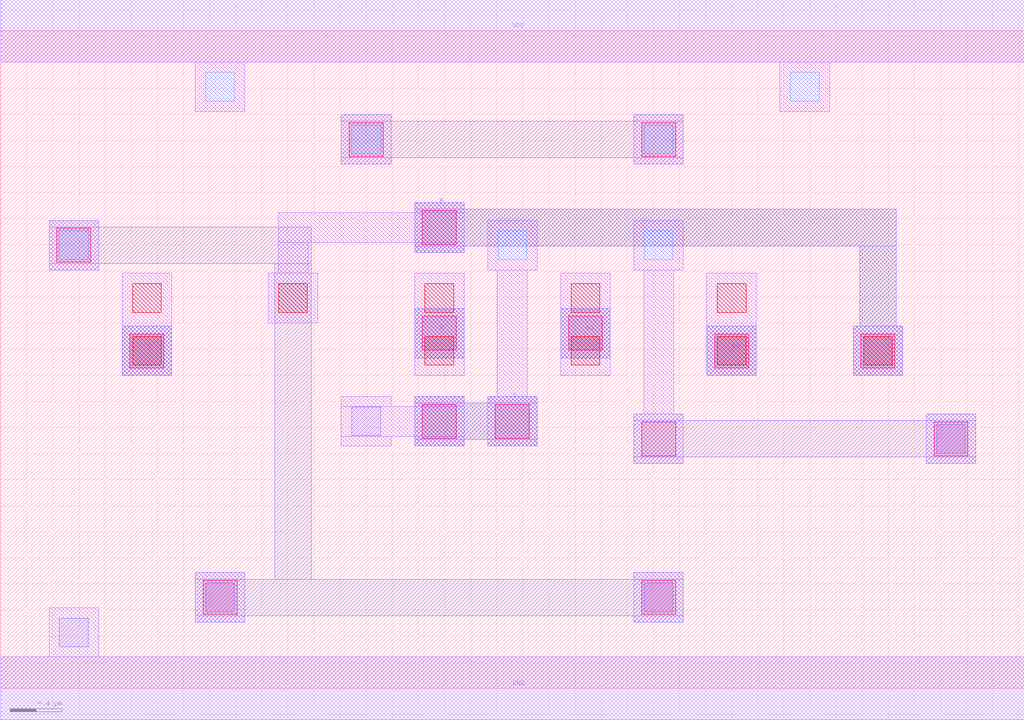
<source format=lef>
MACRO AAOAI221
 CLASS CORE ;
 FOREIGN AAOAI221 0 0 ;
 SIZE 7.84 BY 5.04 ;
 ORIGIN 0 0 ;
 SYMMETRY X Y R90 ;
 SITE unit ;
  PIN VDD
   DIRECTION INOUT ;
   USE POWER ;
   SHAPE ABUTMENT ;
    PORT
     CLASS CORE ;
       LAYER met1 ;
        RECT 0.00000000 4.80000000 7.84000000 5.28000000 ;
    END
  END VDD

  PIN GND
   DIRECTION INOUT ;
   USE POWER ;
   SHAPE ABUTMENT ;
    PORT
     CLASS CORE ;
       LAYER met1 ;
        RECT 0.00000000 -0.24000000 7.84000000 0.24000000 ;
    END
  END GND

  PIN Y
   DIRECTION INOUT ;
   USE SIGNAL ;
   SHAPE ABUTMENT ;
    PORT
     CLASS CORE ;
       LAYER met2 ;
        RECT 3.17000000 1.85700000 3.55000000 1.90700000 ;
        RECT 3.73000000 1.85700000 4.11000000 1.90700000 ;
        RECT 3.17000000 1.90700000 4.11000000 2.18700000 ;
        RECT 3.17000000 2.18700000 3.55000000 2.23700000 ;
        RECT 3.73000000 2.18700000 4.11000000 2.23700000 ;
    END
  END Y

  PIN C
   DIRECTION INOUT ;
   USE SIGNAL ;
   SHAPE ABUTMENT ;
    PORT
     CLASS CORE ;
       LAYER met2 ;
        RECT 0.93000000 2.39700000 1.31000000 2.77700000 ;
    END
  END C

  PIN A
   DIRECTION INOUT ;
   USE SIGNAL ;
   SHAPE ABUTMENT ;
    PORT
     CLASS CORE ;
       LAYER met2 ;
        RECT 3.17000000 2.53200000 3.55000000 2.91200000 ;
    END
  END A

  PIN A1
   DIRECTION INOUT ;
   USE SIGNAL ;
   SHAPE ABUTMENT ;
    PORT
     CLASS CORE ;
       LAYER met2 ;
        RECT 4.29000000 2.53200000 4.67000000 2.91200000 ;
    END
  END A1

  PIN B1
   DIRECTION INOUT ;
   USE SIGNAL ;
   SHAPE ABUTMENT ;
    PORT
     CLASS CORE ;
       LAYER met2 ;
        RECT 5.41000000 2.39700000 5.79000000 2.77700000 ;
    END
  END B1

  PIN B
   DIRECTION INOUT ;
   USE SIGNAL ;
   SHAPE ABUTMENT ;
    PORT
     CLASS CORE ;
       LAYER met2 ;
        RECT 6.53000000 2.39700000 6.91000000 2.77700000 ;
        RECT 3.17000000 3.34200000 3.55000000 3.39200000 ;
        RECT 6.58000000 2.77700000 6.86000000 3.39200000 ;
        RECT 3.17000000 3.39200000 6.86000000 3.67200000 ;
        RECT 3.17000000 3.67200000 3.55000000 3.72200000 ;
    END
  END B

 OBS
    LAYER polycont ;
     RECT 1.01000000 2.47700000 1.23000000 2.69700000 ;
     RECT 3.25000000 2.47700000 3.47000000 2.69700000 ;
     RECT 4.37000000 2.47700000 4.59000000 2.69700000 ;
     RECT 5.49000000 2.47700000 5.71000000 2.69700000 ;
     RECT 6.61000000 2.47700000 6.83000000 2.69700000 ;
     RECT 1.01000000 2.88200000 1.23000000 3.10200000 ;
     RECT 2.13000000 2.88200000 2.35000000 3.10200000 ;
     RECT 3.25000000 2.88200000 3.47000000 3.10200000 ;
     RECT 4.37000000 2.88200000 4.59000000 3.10200000 ;
     RECT 5.49000000 2.88200000 5.71000000 3.10200000 ;

    LAYER pdiffc ;
     RECT 0.45000000 3.28700000 0.67000000 3.50700000 ;
     RECT 3.81000000 3.28700000 4.03000000 3.50700000 ;
     RECT 4.93000000 3.28700000 5.15000000 3.50700000 ;
     RECT 2.69000000 4.09700000 2.91000000 4.31700000 ;
     RECT 4.93000000 4.09700000 5.15000000 4.31700000 ;
     RECT 1.57000000 4.50200000 1.79000000 4.72200000 ;
     RECT 6.05000000 4.50200000 6.27000000 4.72200000 ;

    LAYER ndiffc ;
     RECT 0.45000000 0.31700000 0.67000000 0.53700000 ;
     RECT 1.57000000 0.58700000 1.79000000 0.80700000 ;
     RECT 4.93000000 0.58700000 5.15000000 0.80700000 ;
     RECT 7.17000000 1.80200000 7.39000000 2.02200000 ;
     RECT 2.69000000 1.93700000 2.91000000 2.15700000 ;

    LAYER met1 ;
     RECT 0.00000000 -0.24000000 7.84000000 0.24000000 ;
     RECT 0.37000000 0.24000000 0.75000000 0.61700000 ;
     RECT 1.49000000 0.50700000 1.87000000 0.88700000 ;
     RECT 4.85000000 0.50700000 5.23000000 0.88700000 ;
     RECT 7.09000000 1.72200000 7.47000000 2.10200000 ;
     RECT 2.61000000 1.85700000 2.99000000 1.93200000 ;
     RECT 3.17000000 1.85700000 3.55000000 1.93200000 ;
     RECT 2.61000000 1.93200000 3.55000000 2.16200000 ;
     RECT 2.61000000 2.16200000 2.99000000 2.23700000 ;
     RECT 3.17000000 2.16200000 3.55000000 2.23700000 ;
     RECT 6.53000000 2.39700000 6.91000000 2.77700000 ;
     RECT 0.93000000 2.39700000 1.31000000 3.18200000 ;
     RECT 3.17000000 2.39700000 3.55000000 3.18200000 ;
     RECT 4.29000000 2.39700000 4.67000000 3.18200000 ;
     RECT 5.41000000 2.39700000 5.79000000 3.18200000 ;
     RECT 0.37000000 3.20700000 0.75000000 3.58700000 ;
     RECT 3.73000000 1.85700000 4.11000000 2.23700000 ;
     RECT 3.80500000 2.23700000 4.03500000 3.20700000 ;
     RECT 3.73000000 3.20700000 4.11000000 3.58700000 ;
     RECT 4.85000000 1.72200000 5.23000000 2.10200000 ;
     RECT 4.92500000 2.10200000 5.15500000 3.20700000 ;
     RECT 4.85000000 3.20700000 5.23000000 3.58700000 ;
     RECT 2.05000000 2.80200000 2.43000000 3.18200000 ;
     RECT 2.12500000 3.18200000 2.35500000 3.41700000 ;
     RECT 3.17000000 3.34200000 3.55000000 3.41700000 ;
     RECT 2.12500000 3.41700000 3.55000000 3.64700000 ;
     RECT 3.17000000 3.64700000 3.55000000 3.72200000 ;
     RECT 2.61000000 4.01700000 2.99000000 4.39700000 ;
     RECT 4.85000000 4.01700000 5.23000000 4.39700000 ;
     RECT 1.49000000 4.42200000 1.87000000 4.80000000 ;
     RECT 5.97000000 4.42200000 6.35000000 4.80000000 ;
     RECT 0.00000000 4.80000000 7.84000000 5.28000000 ;

    LAYER via1 ;
     RECT 1.55000000 0.56700000 1.81000000 0.82700000 ;
     RECT 4.91000000 0.56700000 5.17000000 0.82700000 ;
     RECT 4.91000000 1.78200000 5.17000000 2.04200000 ;
     RECT 7.15000000 1.78200000 7.41000000 2.04200000 ;
     RECT 3.23000000 1.91700000 3.49000000 2.17700000 ;
     RECT 3.79000000 1.91700000 4.05000000 2.17700000 ;
     RECT 0.99000000 2.45700000 1.25000000 2.71700000 ;
     RECT 5.47000000 2.45700000 5.73000000 2.71700000 ;
     RECT 6.59000000 2.45700000 6.85000000 2.71700000 ;
     RECT 3.23000000 2.59200000 3.49000000 2.85200000 ;
     RECT 4.35000000 2.59200000 4.61000000 2.85200000 ;
     RECT 0.43000000 3.26700000 0.69000000 3.52700000 ;
     RECT 3.23000000 3.40200000 3.49000000 3.66200000 ;
     RECT 2.67000000 4.07700000 2.93000000 4.33700000 ;
     RECT 4.91000000 4.07700000 5.17000000 4.33700000 ;

    LAYER met2 ;
     RECT 4.85000000 1.72200000 5.23000000 1.77200000 ;
     RECT 7.09000000 1.72200000 7.47000000 1.77200000 ;
     RECT 4.85000000 1.77200000 7.47000000 2.05200000 ;
     RECT 4.85000000 2.05200000 5.23000000 2.10200000 ;
     RECT 7.09000000 2.05200000 7.47000000 2.10200000 ;
     RECT 3.17000000 1.85700000 3.55000000 1.90700000 ;
     RECT 3.73000000 1.85700000 4.11000000 1.90700000 ;
     RECT 3.17000000 1.90700000 4.11000000 2.18700000 ;
     RECT 3.17000000 2.18700000 3.55000000 2.23700000 ;
     RECT 3.73000000 2.18700000 4.11000000 2.23700000 ;
     RECT 0.93000000 2.39700000 1.31000000 2.77700000 ;
     RECT 5.41000000 2.39700000 5.79000000 2.77700000 ;
     RECT 3.17000000 2.53200000 3.55000000 2.91200000 ;
     RECT 4.29000000 2.53200000 4.67000000 2.91200000 ;
     RECT 1.49000000 0.50700000 1.87000000 0.55700000 ;
     RECT 4.85000000 0.50700000 5.23000000 0.55700000 ;
     RECT 1.49000000 0.55700000 5.23000000 0.83700000 ;
     RECT 1.49000000 0.83700000 1.87000000 0.88700000 ;
     RECT 4.85000000 0.83700000 5.23000000 0.88700000 ;
     RECT 0.37000000 3.20700000 0.75000000 3.25700000 ;
     RECT 2.10000000 0.83700000 2.38000000 3.25700000 ;
     RECT 0.37000000 3.25700000 2.38000000 3.53700000 ;
     RECT 0.37000000 3.53700000 0.75000000 3.58700000 ;
     RECT 6.53000000 2.39700000 6.91000000 2.77700000 ;
     RECT 3.17000000 3.34200000 3.55000000 3.39200000 ;
     RECT 6.58000000 2.77700000 6.86000000 3.39200000 ;
     RECT 3.17000000 3.39200000 6.86000000 3.67200000 ;
     RECT 3.17000000 3.67200000 3.55000000 3.72200000 ;
     RECT 2.61000000 4.01700000 2.99000000 4.06700000 ;
     RECT 4.85000000 4.01700000 5.23000000 4.06700000 ;
     RECT 2.61000000 4.06700000 5.23000000 4.34700000 ;
     RECT 2.61000000 4.34700000 2.99000000 4.39700000 ;
     RECT 4.85000000 4.34700000 5.23000000 4.39700000 ;

 END
END AAOAI221

</source>
